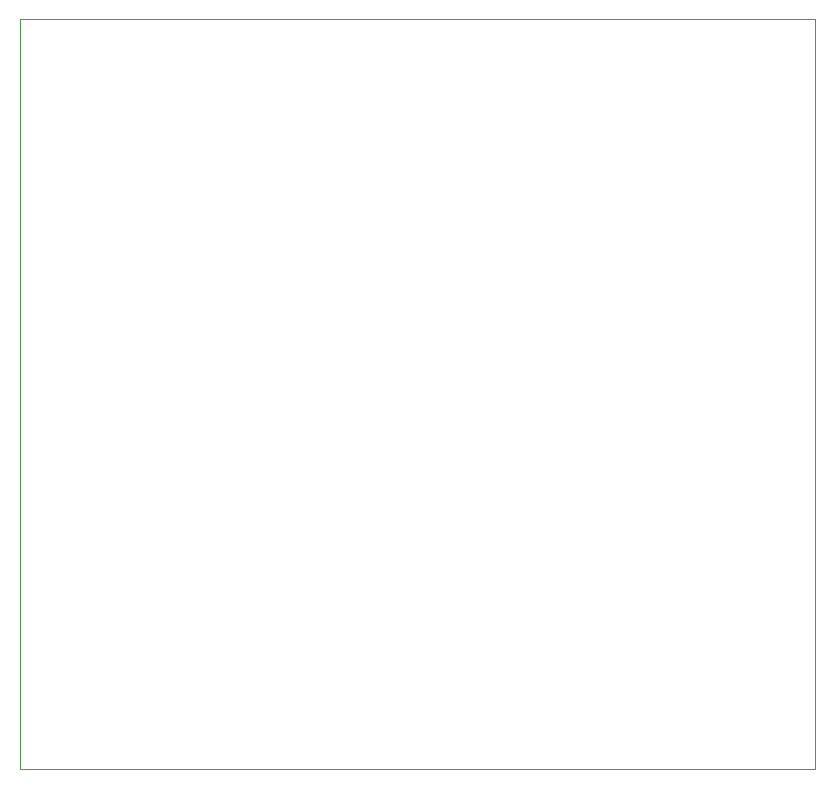
<source format=gbr>
%TF.GenerationSoftware,KiCad,Pcbnew,5.1.12-84ad8e8a86~92~ubuntu18.04.1*%
%TF.CreationDate,2021-12-05T17:17:48+11:00*%
%TF.ProjectId,aquaponics-1,61717561-706f-46e6-9963-732d312e6b69,rev?*%
%TF.SameCoordinates,Original*%
%TF.FileFunction,Profile,NP*%
%FSLAX46Y46*%
G04 Gerber Fmt 4.6, Leading zero omitted, Abs format (unit mm)*
G04 Created by KiCad (PCBNEW 5.1.12-84ad8e8a86~92~ubuntu18.04.1) date 2021-12-05 17:17:48*
%MOMM*%
%LPD*%
G01*
G04 APERTURE LIST*
%TA.AperFunction,Profile*%
%ADD10C,0.050000*%
%TD*%
G04 APERTURE END LIST*
D10*
X19050000Y-15240000D02*
X20320000Y-15240000D01*
X19050000Y-78740000D02*
X19050000Y-15240000D01*
X86360000Y-78740000D02*
X19050000Y-78740000D01*
X86360000Y-15240000D02*
X86360000Y-78740000D01*
X20320000Y-15240000D02*
X86360000Y-15240000D01*
M02*

</source>
